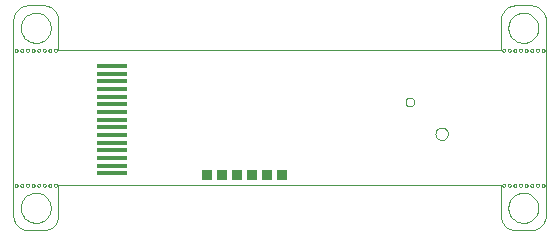
<source format=gbp>
G75*
%MOIN*%
%OFA0B0*%
%FSLAX24Y24*%
%IPPOS*%
%LPD*%
%AMOC8*
5,1,8,0,0,1.08239X$1,22.5*
%
%ADD10C,0.0000*%
%ADD11R,0.1024X0.0138*%
%ADD12R,0.0320X0.0350*%
D10*
X004510Y000900D02*
X004510Y007400D01*
X004512Y007444D01*
X004518Y007487D01*
X004527Y007529D01*
X004540Y007571D01*
X004557Y007611D01*
X004577Y007650D01*
X004600Y007687D01*
X004627Y007721D01*
X004656Y007754D01*
X004689Y007783D01*
X004723Y007810D01*
X004760Y007833D01*
X004799Y007853D01*
X004839Y007870D01*
X004881Y007883D01*
X004923Y007892D01*
X004966Y007898D01*
X005010Y007900D01*
X005510Y007900D01*
X005554Y007898D01*
X005597Y007892D01*
X005639Y007883D01*
X005681Y007870D01*
X005721Y007853D01*
X005760Y007833D01*
X005797Y007810D01*
X005831Y007783D01*
X005864Y007754D01*
X005893Y007721D01*
X005920Y007687D01*
X005943Y007650D01*
X005963Y007611D01*
X005980Y007571D01*
X005993Y007529D01*
X006002Y007487D01*
X006008Y007444D01*
X006010Y007400D01*
X006010Y006400D01*
X020760Y006400D01*
X020760Y007400D01*
X020762Y007444D01*
X020768Y007487D01*
X020777Y007529D01*
X020790Y007571D01*
X020807Y007611D01*
X020827Y007650D01*
X020850Y007687D01*
X020877Y007721D01*
X020906Y007754D01*
X020939Y007783D01*
X020973Y007810D01*
X021010Y007833D01*
X021049Y007853D01*
X021089Y007870D01*
X021131Y007883D01*
X021173Y007892D01*
X021216Y007898D01*
X021260Y007900D01*
X021760Y007900D01*
X021804Y007898D01*
X021847Y007892D01*
X021889Y007883D01*
X021931Y007870D01*
X021971Y007853D01*
X022010Y007833D01*
X022047Y007810D01*
X022081Y007783D01*
X022114Y007754D01*
X022143Y007721D01*
X022170Y007687D01*
X022193Y007650D01*
X022213Y007611D01*
X022230Y007571D01*
X022243Y007529D01*
X022252Y007487D01*
X022258Y007444D01*
X022260Y007400D01*
X022260Y000900D01*
X022258Y000856D01*
X022252Y000813D01*
X022243Y000771D01*
X022230Y000729D01*
X022213Y000689D01*
X022193Y000650D01*
X022170Y000613D01*
X022143Y000579D01*
X022114Y000546D01*
X022081Y000517D01*
X022047Y000490D01*
X022010Y000467D01*
X021971Y000447D01*
X021931Y000430D01*
X021889Y000417D01*
X021847Y000408D01*
X021804Y000402D01*
X021760Y000400D01*
X021260Y000400D01*
X021216Y000402D01*
X021173Y000408D01*
X021131Y000417D01*
X021089Y000430D01*
X021049Y000447D01*
X021010Y000467D01*
X020973Y000490D01*
X020939Y000517D01*
X020906Y000546D01*
X020877Y000579D01*
X020850Y000613D01*
X020827Y000650D01*
X020807Y000689D01*
X020790Y000729D01*
X020777Y000771D01*
X020768Y000813D01*
X020762Y000856D01*
X020760Y000900D01*
X020760Y001900D01*
X006010Y001900D01*
X006010Y000900D01*
X006008Y000856D01*
X006002Y000813D01*
X005993Y000771D01*
X005980Y000729D01*
X005963Y000689D01*
X005943Y000650D01*
X005920Y000613D01*
X005893Y000579D01*
X005864Y000546D01*
X005831Y000517D01*
X005797Y000490D01*
X005760Y000467D01*
X005721Y000447D01*
X005681Y000430D01*
X005639Y000417D01*
X005597Y000408D01*
X005554Y000402D01*
X005510Y000400D01*
X005010Y000400D01*
X004966Y000402D01*
X004923Y000408D01*
X004881Y000417D01*
X004839Y000430D01*
X004799Y000447D01*
X004760Y000467D01*
X004723Y000490D01*
X004689Y000517D01*
X004656Y000546D01*
X004627Y000579D01*
X004600Y000613D01*
X004577Y000650D01*
X004557Y000689D01*
X004540Y000729D01*
X004527Y000771D01*
X004518Y000813D01*
X004512Y000856D01*
X004510Y000900D01*
X004760Y001150D02*
X004762Y001194D01*
X004768Y001238D01*
X004778Y001281D01*
X004791Y001323D01*
X004808Y001364D01*
X004829Y001403D01*
X004853Y001440D01*
X004880Y001475D01*
X004910Y001507D01*
X004943Y001537D01*
X004979Y001563D01*
X005016Y001587D01*
X005056Y001606D01*
X005097Y001623D01*
X005140Y001635D01*
X005183Y001644D01*
X005227Y001649D01*
X005271Y001650D01*
X005315Y001647D01*
X005359Y001640D01*
X005402Y001629D01*
X005444Y001615D01*
X005484Y001597D01*
X005523Y001575D01*
X005559Y001551D01*
X005593Y001523D01*
X005625Y001492D01*
X005654Y001458D01*
X005680Y001422D01*
X005702Y001384D01*
X005721Y001344D01*
X005736Y001302D01*
X005748Y001260D01*
X005756Y001216D01*
X005760Y001172D01*
X005760Y001128D01*
X005756Y001084D01*
X005748Y001040D01*
X005736Y000998D01*
X005721Y000956D01*
X005702Y000916D01*
X005680Y000878D01*
X005654Y000842D01*
X005625Y000808D01*
X005593Y000777D01*
X005559Y000749D01*
X005523Y000725D01*
X005484Y000703D01*
X005444Y000685D01*
X005402Y000671D01*
X005359Y000660D01*
X005315Y000653D01*
X005271Y000650D01*
X005227Y000651D01*
X005183Y000656D01*
X005140Y000665D01*
X005097Y000677D01*
X005056Y000694D01*
X005016Y000713D01*
X004979Y000737D01*
X004943Y000763D01*
X004910Y000793D01*
X004880Y000825D01*
X004853Y000860D01*
X004829Y000897D01*
X004808Y000936D01*
X004791Y000977D01*
X004778Y001019D01*
X004768Y001062D01*
X004762Y001106D01*
X004760Y001150D01*
X004741Y001900D02*
X004743Y001913D01*
X004748Y001926D01*
X004757Y001937D01*
X004768Y001944D01*
X004781Y001949D01*
X004794Y001950D01*
X004808Y001947D01*
X004820Y001941D01*
X004830Y001932D01*
X004837Y001920D01*
X004841Y001907D01*
X004841Y001893D01*
X004837Y001880D01*
X004830Y001868D01*
X004820Y001859D01*
X004808Y001853D01*
X004794Y001850D01*
X004781Y001851D01*
X004768Y001856D01*
X004757Y001863D01*
X004748Y001874D01*
X004743Y001887D01*
X004741Y001900D01*
X004553Y001900D02*
X004555Y001913D01*
X004560Y001926D01*
X004569Y001937D01*
X004580Y001944D01*
X004593Y001949D01*
X004606Y001950D01*
X004620Y001947D01*
X004632Y001941D01*
X004642Y001932D01*
X004649Y001920D01*
X004653Y001907D01*
X004653Y001893D01*
X004649Y001880D01*
X004642Y001868D01*
X004632Y001859D01*
X004620Y001853D01*
X004606Y001850D01*
X004593Y001851D01*
X004580Y001856D01*
X004569Y001863D01*
X004560Y001874D01*
X004555Y001887D01*
X004553Y001900D01*
X004928Y001900D02*
X004930Y001913D01*
X004935Y001926D01*
X004944Y001937D01*
X004955Y001944D01*
X004968Y001949D01*
X004981Y001950D01*
X004995Y001947D01*
X005007Y001941D01*
X005017Y001932D01*
X005024Y001920D01*
X005028Y001907D01*
X005028Y001893D01*
X005024Y001880D01*
X005017Y001868D01*
X005007Y001859D01*
X004995Y001853D01*
X004981Y001850D01*
X004968Y001851D01*
X004955Y001856D01*
X004944Y001863D01*
X004935Y001874D01*
X004930Y001887D01*
X004928Y001900D01*
X005116Y001900D02*
X005118Y001913D01*
X005123Y001926D01*
X005132Y001937D01*
X005143Y001944D01*
X005156Y001949D01*
X005169Y001950D01*
X005183Y001947D01*
X005195Y001941D01*
X005205Y001932D01*
X005212Y001920D01*
X005216Y001907D01*
X005216Y001893D01*
X005212Y001880D01*
X005205Y001868D01*
X005195Y001859D01*
X005183Y001853D01*
X005169Y001850D01*
X005156Y001851D01*
X005143Y001856D01*
X005132Y001863D01*
X005123Y001874D01*
X005118Y001887D01*
X005116Y001900D01*
X005303Y001900D02*
X005305Y001913D01*
X005310Y001926D01*
X005319Y001937D01*
X005330Y001944D01*
X005343Y001949D01*
X005356Y001950D01*
X005370Y001947D01*
X005382Y001941D01*
X005392Y001932D01*
X005399Y001920D01*
X005403Y001907D01*
X005403Y001893D01*
X005399Y001880D01*
X005392Y001868D01*
X005382Y001859D01*
X005370Y001853D01*
X005356Y001850D01*
X005343Y001851D01*
X005330Y001856D01*
X005319Y001863D01*
X005310Y001874D01*
X005305Y001887D01*
X005303Y001900D01*
X005491Y001900D02*
X005493Y001913D01*
X005498Y001926D01*
X005507Y001937D01*
X005518Y001944D01*
X005531Y001949D01*
X005544Y001950D01*
X005558Y001947D01*
X005570Y001941D01*
X005580Y001932D01*
X005587Y001920D01*
X005591Y001907D01*
X005591Y001893D01*
X005587Y001880D01*
X005580Y001868D01*
X005570Y001859D01*
X005558Y001853D01*
X005544Y001850D01*
X005531Y001851D01*
X005518Y001856D01*
X005507Y001863D01*
X005498Y001874D01*
X005493Y001887D01*
X005491Y001900D01*
X005678Y001900D02*
X005680Y001913D01*
X005685Y001926D01*
X005694Y001937D01*
X005705Y001944D01*
X005718Y001949D01*
X005731Y001950D01*
X005745Y001947D01*
X005757Y001941D01*
X005767Y001932D01*
X005774Y001920D01*
X005778Y001907D01*
X005778Y001893D01*
X005774Y001880D01*
X005767Y001868D01*
X005757Y001859D01*
X005745Y001853D01*
X005731Y001850D01*
X005718Y001851D01*
X005705Y001856D01*
X005694Y001863D01*
X005685Y001874D01*
X005680Y001887D01*
X005678Y001900D01*
X005866Y001900D02*
X005868Y001913D01*
X005873Y001926D01*
X005882Y001937D01*
X005893Y001944D01*
X005906Y001949D01*
X005919Y001950D01*
X005933Y001947D01*
X005945Y001941D01*
X005955Y001932D01*
X005962Y001920D01*
X005966Y001907D01*
X005966Y001893D01*
X005962Y001880D01*
X005955Y001868D01*
X005945Y001859D01*
X005933Y001853D01*
X005919Y001850D01*
X005906Y001851D01*
X005893Y001856D01*
X005882Y001863D01*
X005873Y001874D01*
X005868Y001887D01*
X005866Y001900D01*
X005866Y006400D02*
X005868Y006413D01*
X005873Y006426D01*
X005882Y006437D01*
X005893Y006444D01*
X005906Y006449D01*
X005919Y006450D01*
X005933Y006447D01*
X005945Y006441D01*
X005955Y006432D01*
X005962Y006420D01*
X005966Y006407D01*
X005966Y006393D01*
X005962Y006380D01*
X005955Y006368D01*
X005945Y006359D01*
X005933Y006353D01*
X005919Y006350D01*
X005906Y006351D01*
X005893Y006356D01*
X005882Y006363D01*
X005873Y006374D01*
X005868Y006387D01*
X005866Y006400D01*
X005678Y006400D02*
X005680Y006413D01*
X005685Y006426D01*
X005694Y006437D01*
X005705Y006444D01*
X005718Y006449D01*
X005731Y006450D01*
X005745Y006447D01*
X005757Y006441D01*
X005767Y006432D01*
X005774Y006420D01*
X005778Y006407D01*
X005778Y006393D01*
X005774Y006380D01*
X005767Y006368D01*
X005757Y006359D01*
X005745Y006353D01*
X005731Y006350D01*
X005718Y006351D01*
X005705Y006356D01*
X005694Y006363D01*
X005685Y006374D01*
X005680Y006387D01*
X005678Y006400D01*
X005491Y006400D02*
X005493Y006413D01*
X005498Y006426D01*
X005507Y006437D01*
X005518Y006444D01*
X005531Y006449D01*
X005544Y006450D01*
X005558Y006447D01*
X005570Y006441D01*
X005580Y006432D01*
X005587Y006420D01*
X005591Y006407D01*
X005591Y006393D01*
X005587Y006380D01*
X005580Y006368D01*
X005570Y006359D01*
X005558Y006353D01*
X005544Y006350D01*
X005531Y006351D01*
X005518Y006356D01*
X005507Y006363D01*
X005498Y006374D01*
X005493Y006387D01*
X005491Y006400D01*
X005303Y006400D02*
X005305Y006413D01*
X005310Y006426D01*
X005319Y006437D01*
X005330Y006444D01*
X005343Y006449D01*
X005356Y006450D01*
X005370Y006447D01*
X005382Y006441D01*
X005392Y006432D01*
X005399Y006420D01*
X005403Y006407D01*
X005403Y006393D01*
X005399Y006380D01*
X005392Y006368D01*
X005382Y006359D01*
X005370Y006353D01*
X005356Y006350D01*
X005343Y006351D01*
X005330Y006356D01*
X005319Y006363D01*
X005310Y006374D01*
X005305Y006387D01*
X005303Y006400D01*
X005116Y006400D02*
X005118Y006413D01*
X005123Y006426D01*
X005132Y006437D01*
X005143Y006444D01*
X005156Y006449D01*
X005169Y006450D01*
X005183Y006447D01*
X005195Y006441D01*
X005205Y006432D01*
X005212Y006420D01*
X005216Y006407D01*
X005216Y006393D01*
X005212Y006380D01*
X005205Y006368D01*
X005195Y006359D01*
X005183Y006353D01*
X005169Y006350D01*
X005156Y006351D01*
X005143Y006356D01*
X005132Y006363D01*
X005123Y006374D01*
X005118Y006387D01*
X005116Y006400D01*
X004928Y006400D02*
X004930Y006413D01*
X004935Y006426D01*
X004944Y006437D01*
X004955Y006444D01*
X004968Y006449D01*
X004981Y006450D01*
X004995Y006447D01*
X005007Y006441D01*
X005017Y006432D01*
X005024Y006420D01*
X005028Y006407D01*
X005028Y006393D01*
X005024Y006380D01*
X005017Y006368D01*
X005007Y006359D01*
X004995Y006353D01*
X004981Y006350D01*
X004968Y006351D01*
X004955Y006356D01*
X004944Y006363D01*
X004935Y006374D01*
X004930Y006387D01*
X004928Y006400D01*
X004741Y006400D02*
X004743Y006413D01*
X004748Y006426D01*
X004757Y006437D01*
X004768Y006444D01*
X004781Y006449D01*
X004794Y006450D01*
X004808Y006447D01*
X004820Y006441D01*
X004830Y006432D01*
X004837Y006420D01*
X004841Y006407D01*
X004841Y006393D01*
X004837Y006380D01*
X004830Y006368D01*
X004820Y006359D01*
X004808Y006353D01*
X004794Y006350D01*
X004781Y006351D01*
X004768Y006356D01*
X004757Y006363D01*
X004748Y006374D01*
X004743Y006387D01*
X004741Y006400D01*
X004553Y006400D02*
X004555Y006413D01*
X004560Y006426D01*
X004569Y006437D01*
X004580Y006444D01*
X004593Y006449D01*
X004606Y006450D01*
X004620Y006447D01*
X004632Y006441D01*
X004642Y006432D01*
X004649Y006420D01*
X004653Y006407D01*
X004653Y006393D01*
X004649Y006380D01*
X004642Y006368D01*
X004632Y006359D01*
X004620Y006353D01*
X004606Y006350D01*
X004593Y006351D01*
X004580Y006356D01*
X004569Y006363D01*
X004560Y006374D01*
X004555Y006387D01*
X004553Y006400D01*
X004760Y007150D02*
X004762Y007194D01*
X004768Y007238D01*
X004778Y007281D01*
X004791Y007323D01*
X004808Y007364D01*
X004829Y007403D01*
X004853Y007440D01*
X004880Y007475D01*
X004910Y007507D01*
X004943Y007537D01*
X004979Y007563D01*
X005016Y007587D01*
X005056Y007606D01*
X005097Y007623D01*
X005140Y007635D01*
X005183Y007644D01*
X005227Y007649D01*
X005271Y007650D01*
X005315Y007647D01*
X005359Y007640D01*
X005402Y007629D01*
X005444Y007615D01*
X005484Y007597D01*
X005523Y007575D01*
X005559Y007551D01*
X005593Y007523D01*
X005625Y007492D01*
X005654Y007458D01*
X005680Y007422D01*
X005702Y007384D01*
X005721Y007344D01*
X005736Y007302D01*
X005748Y007260D01*
X005756Y007216D01*
X005760Y007172D01*
X005760Y007128D01*
X005756Y007084D01*
X005748Y007040D01*
X005736Y006998D01*
X005721Y006956D01*
X005702Y006916D01*
X005680Y006878D01*
X005654Y006842D01*
X005625Y006808D01*
X005593Y006777D01*
X005559Y006749D01*
X005523Y006725D01*
X005484Y006703D01*
X005444Y006685D01*
X005402Y006671D01*
X005359Y006660D01*
X005315Y006653D01*
X005271Y006650D01*
X005227Y006651D01*
X005183Y006656D01*
X005140Y006665D01*
X005097Y006677D01*
X005056Y006694D01*
X005016Y006713D01*
X004979Y006737D01*
X004943Y006763D01*
X004910Y006793D01*
X004880Y006825D01*
X004853Y006860D01*
X004829Y006897D01*
X004808Y006936D01*
X004791Y006977D01*
X004778Y007019D01*
X004768Y007062D01*
X004762Y007106D01*
X004760Y007150D01*
X017583Y004679D02*
X017585Y004703D01*
X017591Y004726D01*
X017600Y004748D01*
X017613Y004768D01*
X017628Y004786D01*
X017647Y004801D01*
X017668Y004813D01*
X017690Y004821D01*
X017713Y004826D01*
X017737Y004827D01*
X017761Y004824D01*
X017783Y004817D01*
X017805Y004807D01*
X017825Y004794D01*
X017842Y004777D01*
X017856Y004758D01*
X017867Y004737D01*
X017875Y004714D01*
X017879Y004691D01*
X017879Y004667D01*
X017875Y004644D01*
X017867Y004621D01*
X017856Y004600D01*
X017842Y004581D01*
X017825Y004564D01*
X017805Y004551D01*
X017783Y004541D01*
X017761Y004534D01*
X017737Y004531D01*
X017713Y004532D01*
X017690Y004537D01*
X017668Y004545D01*
X017647Y004557D01*
X017628Y004572D01*
X017613Y004590D01*
X017600Y004610D01*
X017591Y004632D01*
X017585Y004655D01*
X017583Y004679D01*
X018581Y003621D02*
X018583Y003649D01*
X018589Y003677D01*
X018598Y003703D01*
X018611Y003729D01*
X018627Y003752D01*
X018647Y003772D01*
X018669Y003790D01*
X018693Y003805D01*
X018719Y003816D01*
X018746Y003824D01*
X018774Y003828D01*
X018802Y003828D01*
X018830Y003824D01*
X018857Y003816D01*
X018883Y003805D01*
X018907Y003790D01*
X018929Y003772D01*
X018949Y003752D01*
X018965Y003729D01*
X018978Y003703D01*
X018987Y003677D01*
X018993Y003649D01*
X018995Y003621D01*
X018993Y003593D01*
X018987Y003565D01*
X018978Y003539D01*
X018965Y003513D01*
X018949Y003490D01*
X018929Y003470D01*
X018907Y003452D01*
X018883Y003437D01*
X018857Y003426D01*
X018830Y003418D01*
X018802Y003414D01*
X018774Y003414D01*
X018746Y003418D01*
X018719Y003426D01*
X018693Y003437D01*
X018669Y003452D01*
X018647Y003470D01*
X018627Y003490D01*
X018611Y003513D01*
X018598Y003539D01*
X018589Y003565D01*
X018583Y003593D01*
X018581Y003621D01*
X020803Y001900D02*
X020805Y001913D01*
X020810Y001926D01*
X020819Y001937D01*
X020830Y001944D01*
X020843Y001949D01*
X020856Y001950D01*
X020870Y001947D01*
X020882Y001941D01*
X020892Y001932D01*
X020899Y001920D01*
X020903Y001907D01*
X020903Y001893D01*
X020899Y001880D01*
X020892Y001868D01*
X020882Y001859D01*
X020870Y001853D01*
X020856Y001850D01*
X020843Y001851D01*
X020830Y001856D01*
X020819Y001863D01*
X020810Y001874D01*
X020805Y001887D01*
X020803Y001900D01*
X020991Y001900D02*
X020993Y001913D01*
X020998Y001926D01*
X021007Y001937D01*
X021018Y001944D01*
X021031Y001949D01*
X021044Y001950D01*
X021058Y001947D01*
X021070Y001941D01*
X021080Y001932D01*
X021087Y001920D01*
X021091Y001907D01*
X021091Y001893D01*
X021087Y001880D01*
X021080Y001868D01*
X021070Y001859D01*
X021058Y001853D01*
X021044Y001850D01*
X021031Y001851D01*
X021018Y001856D01*
X021007Y001863D01*
X020998Y001874D01*
X020993Y001887D01*
X020991Y001900D01*
X021178Y001900D02*
X021180Y001913D01*
X021185Y001926D01*
X021194Y001937D01*
X021205Y001944D01*
X021218Y001949D01*
X021231Y001950D01*
X021245Y001947D01*
X021257Y001941D01*
X021267Y001932D01*
X021274Y001920D01*
X021278Y001907D01*
X021278Y001893D01*
X021274Y001880D01*
X021267Y001868D01*
X021257Y001859D01*
X021245Y001853D01*
X021231Y001850D01*
X021218Y001851D01*
X021205Y001856D01*
X021194Y001863D01*
X021185Y001874D01*
X021180Y001887D01*
X021178Y001900D01*
X021366Y001900D02*
X021368Y001913D01*
X021373Y001926D01*
X021382Y001937D01*
X021393Y001944D01*
X021406Y001949D01*
X021419Y001950D01*
X021433Y001947D01*
X021445Y001941D01*
X021455Y001932D01*
X021462Y001920D01*
X021466Y001907D01*
X021466Y001893D01*
X021462Y001880D01*
X021455Y001868D01*
X021445Y001859D01*
X021433Y001853D01*
X021419Y001850D01*
X021406Y001851D01*
X021393Y001856D01*
X021382Y001863D01*
X021373Y001874D01*
X021368Y001887D01*
X021366Y001900D01*
X021553Y001900D02*
X021555Y001913D01*
X021560Y001926D01*
X021569Y001937D01*
X021580Y001944D01*
X021593Y001949D01*
X021606Y001950D01*
X021620Y001947D01*
X021632Y001941D01*
X021642Y001932D01*
X021649Y001920D01*
X021653Y001907D01*
X021653Y001893D01*
X021649Y001880D01*
X021642Y001868D01*
X021632Y001859D01*
X021620Y001853D01*
X021606Y001850D01*
X021593Y001851D01*
X021580Y001856D01*
X021569Y001863D01*
X021560Y001874D01*
X021555Y001887D01*
X021553Y001900D01*
X021741Y001900D02*
X021743Y001913D01*
X021748Y001926D01*
X021757Y001937D01*
X021768Y001944D01*
X021781Y001949D01*
X021794Y001950D01*
X021808Y001947D01*
X021820Y001941D01*
X021830Y001932D01*
X021837Y001920D01*
X021841Y001907D01*
X021841Y001893D01*
X021837Y001880D01*
X021830Y001868D01*
X021820Y001859D01*
X021808Y001853D01*
X021794Y001850D01*
X021781Y001851D01*
X021768Y001856D01*
X021757Y001863D01*
X021748Y001874D01*
X021743Y001887D01*
X021741Y001900D01*
X021928Y001900D02*
X021930Y001913D01*
X021935Y001926D01*
X021944Y001937D01*
X021955Y001944D01*
X021968Y001949D01*
X021981Y001950D01*
X021995Y001947D01*
X022007Y001941D01*
X022017Y001932D01*
X022024Y001920D01*
X022028Y001907D01*
X022028Y001893D01*
X022024Y001880D01*
X022017Y001868D01*
X022007Y001859D01*
X021995Y001853D01*
X021981Y001850D01*
X021968Y001851D01*
X021955Y001856D01*
X021944Y001863D01*
X021935Y001874D01*
X021930Y001887D01*
X021928Y001900D01*
X022116Y001900D02*
X022118Y001913D01*
X022123Y001926D01*
X022132Y001937D01*
X022143Y001944D01*
X022156Y001949D01*
X022169Y001950D01*
X022183Y001947D01*
X022195Y001941D01*
X022205Y001932D01*
X022212Y001920D01*
X022216Y001907D01*
X022216Y001893D01*
X022212Y001880D01*
X022205Y001868D01*
X022195Y001859D01*
X022183Y001853D01*
X022169Y001850D01*
X022156Y001851D01*
X022143Y001856D01*
X022132Y001863D01*
X022123Y001874D01*
X022118Y001887D01*
X022116Y001900D01*
X021010Y001150D02*
X021012Y001194D01*
X021018Y001238D01*
X021028Y001281D01*
X021041Y001323D01*
X021058Y001364D01*
X021079Y001403D01*
X021103Y001440D01*
X021130Y001475D01*
X021160Y001507D01*
X021193Y001537D01*
X021229Y001563D01*
X021266Y001587D01*
X021306Y001606D01*
X021347Y001623D01*
X021390Y001635D01*
X021433Y001644D01*
X021477Y001649D01*
X021521Y001650D01*
X021565Y001647D01*
X021609Y001640D01*
X021652Y001629D01*
X021694Y001615D01*
X021734Y001597D01*
X021773Y001575D01*
X021809Y001551D01*
X021843Y001523D01*
X021875Y001492D01*
X021904Y001458D01*
X021930Y001422D01*
X021952Y001384D01*
X021971Y001344D01*
X021986Y001302D01*
X021998Y001260D01*
X022006Y001216D01*
X022010Y001172D01*
X022010Y001128D01*
X022006Y001084D01*
X021998Y001040D01*
X021986Y000998D01*
X021971Y000956D01*
X021952Y000916D01*
X021930Y000878D01*
X021904Y000842D01*
X021875Y000808D01*
X021843Y000777D01*
X021809Y000749D01*
X021773Y000725D01*
X021734Y000703D01*
X021694Y000685D01*
X021652Y000671D01*
X021609Y000660D01*
X021565Y000653D01*
X021521Y000650D01*
X021477Y000651D01*
X021433Y000656D01*
X021390Y000665D01*
X021347Y000677D01*
X021306Y000694D01*
X021266Y000713D01*
X021229Y000737D01*
X021193Y000763D01*
X021160Y000793D01*
X021130Y000825D01*
X021103Y000860D01*
X021079Y000897D01*
X021058Y000936D01*
X021041Y000977D01*
X021028Y001019D01*
X021018Y001062D01*
X021012Y001106D01*
X021010Y001150D01*
X020991Y006400D02*
X020993Y006413D01*
X020998Y006426D01*
X021007Y006437D01*
X021018Y006444D01*
X021031Y006449D01*
X021044Y006450D01*
X021058Y006447D01*
X021070Y006441D01*
X021080Y006432D01*
X021087Y006420D01*
X021091Y006407D01*
X021091Y006393D01*
X021087Y006380D01*
X021080Y006368D01*
X021070Y006359D01*
X021058Y006353D01*
X021044Y006350D01*
X021031Y006351D01*
X021018Y006356D01*
X021007Y006363D01*
X020998Y006374D01*
X020993Y006387D01*
X020991Y006400D01*
X020803Y006400D02*
X020805Y006413D01*
X020810Y006426D01*
X020819Y006437D01*
X020830Y006444D01*
X020843Y006449D01*
X020856Y006450D01*
X020870Y006447D01*
X020882Y006441D01*
X020892Y006432D01*
X020899Y006420D01*
X020903Y006407D01*
X020903Y006393D01*
X020899Y006380D01*
X020892Y006368D01*
X020882Y006359D01*
X020870Y006353D01*
X020856Y006350D01*
X020843Y006351D01*
X020830Y006356D01*
X020819Y006363D01*
X020810Y006374D01*
X020805Y006387D01*
X020803Y006400D01*
X021178Y006400D02*
X021180Y006413D01*
X021185Y006426D01*
X021194Y006437D01*
X021205Y006444D01*
X021218Y006449D01*
X021231Y006450D01*
X021245Y006447D01*
X021257Y006441D01*
X021267Y006432D01*
X021274Y006420D01*
X021278Y006407D01*
X021278Y006393D01*
X021274Y006380D01*
X021267Y006368D01*
X021257Y006359D01*
X021245Y006353D01*
X021231Y006350D01*
X021218Y006351D01*
X021205Y006356D01*
X021194Y006363D01*
X021185Y006374D01*
X021180Y006387D01*
X021178Y006400D01*
X021366Y006400D02*
X021368Y006413D01*
X021373Y006426D01*
X021382Y006437D01*
X021393Y006444D01*
X021406Y006449D01*
X021419Y006450D01*
X021433Y006447D01*
X021445Y006441D01*
X021455Y006432D01*
X021462Y006420D01*
X021466Y006407D01*
X021466Y006393D01*
X021462Y006380D01*
X021455Y006368D01*
X021445Y006359D01*
X021433Y006353D01*
X021419Y006350D01*
X021406Y006351D01*
X021393Y006356D01*
X021382Y006363D01*
X021373Y006374D01*
X021368Y006387D01*
X021366Y006400D01*
X021553Y006400D02*
X021555Y006413D01*
X021560Y006426D01*
X021569Y006437D01*
X021580Y006444D01*
X021593Y006449D01*
X021606Y006450D01*
X021620Y006447D01*
X021632Y006441D01*
X021642Y006432D01*
X021649Y006420D01*
X021653Y006407D01*
X021653Y006393D01*
X021649Y006380D01*
X021642Y006368D01*
X021632Y006359D01*
X021620Y006353D01*
X021606Y006350D01*
X021593Y006351D01*
X021580Y006356D01*
X021569Y006363D01*
X021560Y006374D01*
X021555Y006387D01*
X021553Y006400D01*
X021741Y006400D02*
X021743Y006413D01*
X021748Y006426D01*
X021757Y006437D01*
X021768Y006444D01*
X021781Y006449D01*
X021794Y006450D01*
X021808Y006447D01*
X021820Y006441D01*
X021830Y006432D01*
X021837Y006420D01*
X021841Y006407D01*
X021841Y006393D01*
X021837Y006380D01*
X021830Y006368D01*
X021820Y006359D01*
X021808Y006353D01*
X021794Y006350D01*
X021781Y006351D01*
X021768Y006356D01*
X021757Y006363D01*
X021748Y006374D01*
X021743Y006387D01*
X021741Y006400D01*
X021928Y006400D02*
X021930Y006413D01*
X021935Y006426D01*
X021944Y006437D01*
X021955Y006444D01*
X021968Y006449D01*
X021981Y006450D01*
X021995Y006447D01*
X022007Y006441D01*
X022017Y006432D01*
X022024Y006420D01*
X022028Y006407D01*
X022028Y006393D01*
X022024Y006380D01*
X022017Y006368D01*
X022007Y006359D01*
X021995Y006353D01*
X021981Y006350D01*
X021968Y006351D01*
X021955Y006356D01*
X021944Y006363D01*
X021935Y006374D01*
X021930Y006387D01*
X021928Y006400D01*
X022116Y006400D02*
X022118Y006413D01*
X022123Y006426D01*
X022132Y006437D01*
X022143Y006444D01*
X022156Y006449D01*
X022169Y006450D01*
X022183Y006447D01*
X022195Y006441D01*
X022205Y006432D01*
X022212Y006420D01*
X022216Y006407D01*
X022216Y006393D01*
X022212Y006380D01*
X022205Y006368D01*
X022195Y006359D01*
X022183Y006353D01*
X022169Y006350D01*
X022156Y006351D01*
X022143Y006356D01*
X022132Y006363D01*
X022123Y006374D01*
X022118Y006387D01*
X022116Y006400D01*
X021010Y007150D02*
X021012Y007194D01*
X021018Y007238D01*
X021028Y007281D01*
X021041Y007323D01*
X021058Y007364D01*
X021079Y007403D01*
X021103Y007440D01*
X021130Y007475D01*
X021160Y007507D01*
X021193Y007537D01*
X021229Y007563D01*
X021266Y007587D01*
X021306Y007606D01*
X021347Y007623D01*
X021390Y007635D01*
X021433Y007644D01*
X021477Y007649D01*
X021521Y007650D01*
X021565Y007647D01*
X021609Y007640D01*
X021652Y007629D01*
X021694Y007615D01*
X021734Y007597D01*
X021773Y007575D01*
X021809Y007551D01*
X021843Y007523D01*
X021875Y007492D01*
X021904Y007458D01*
X021930Y007422D01*
X021952Y007384D01*
X021971Y007344D01*
X021986Y007302D01*
X021998Y007260D01*
X022006Y007216D01*
X022010Y007172D01*
X022010Y007128D01*
X022006Y007084D01*
X021998Y007040D01*
X021986Y006998D01*
X021971Y006956D01*
X021952Y006916D01*
X021930Y006878D01*
X021904Y006842D01*
X021875Y006808D01*
X021843Y006777D01*
X021809Y006749D01*
X021773Y006725D01*
X021734Y006703D01*
X021694Y006685D01*
X021652Y006671D01*
X021609Y006660D01*
X021565Y006653D01*
X021521Y006650D01*
X021477Y006651D01*
X021433Y006656D01*
X021390Y006665D01*
X021347Y006677D01*
X021306Y006694D01*
X021266Y006713D01*
X021229Y006737D01*
X021193Y006763D01*
X021160Y006793D01*
X021130Y006825D01*
X021103Y006860D01*
X021079Y006897D01*
X021058Y006936D01*
X021041Y006977D01*
X021028Y007019D01*
X021018Y007062D01*
X021012Y007106D01*
X021010Y007150D01*
D11*
X007791Y005879D03*
X007791Y005623D03*
X007791Y005367D03*
X007791Y005111D03*
X007791Y004855D03*
X007791Y004599D03*
X007791Y004343D03*
X007791Y004088D03*
X007791Y003832D03*
X007791Y003576D03*
X007791Y003320D03*
X007791Y003064D03*
X007791Y002808D03*
X007791Y002552D03*
X007791Y002296D03*
D12*
X010978Y002244D03*
X011478Y002244D03*
X011978Y002244D03*
X012478Y002244D03*
X012978Y002244D03*
X013478Y002244D03*
M02*

</source>
